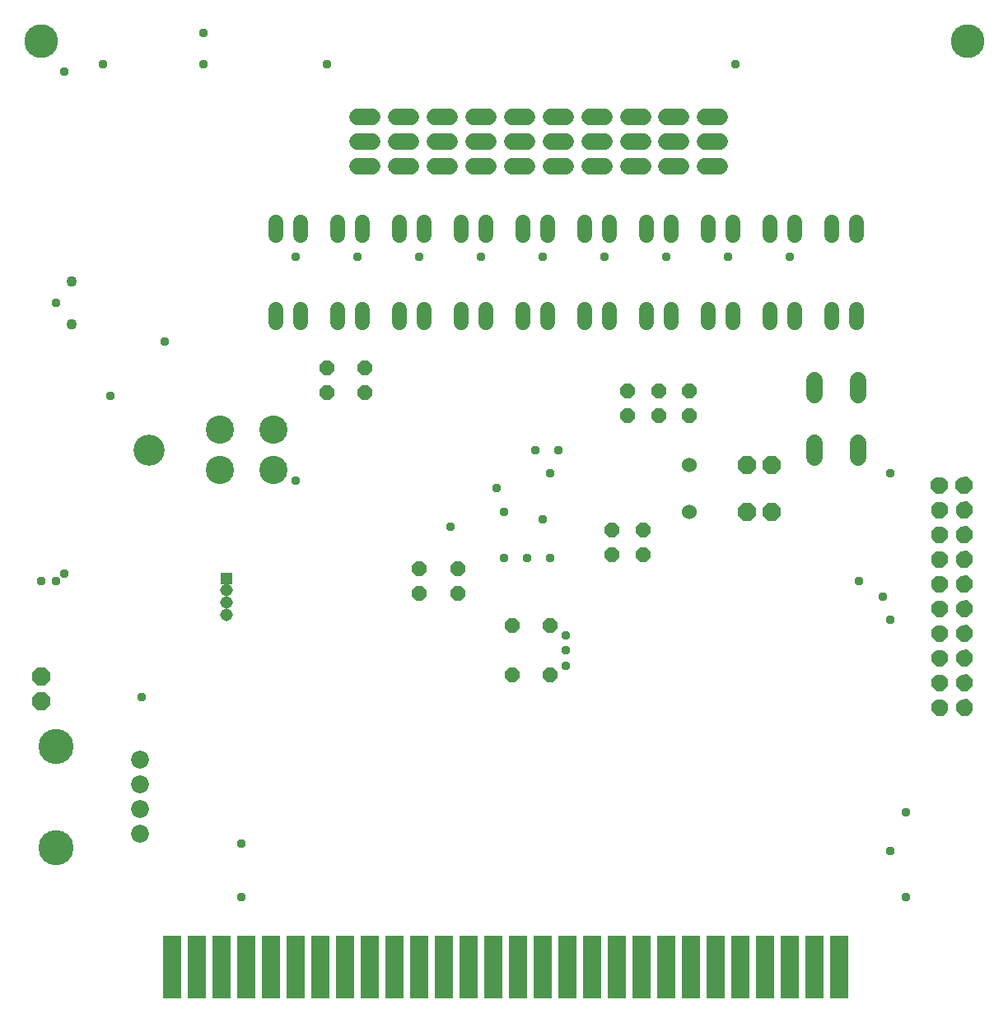
<source format=gbs>
G75*
%MOIN*%
%OFA0B0*%
%FSLAX25Y25*%
%IPPOS*%
%LPD*%
%AMOC8*
5,1,8,0,0,1.08239X$1,22.5*
%
%ADD10C,0.13650*%
%ADD11C,0.07250*%
%ADD12C,0.14186*%
%ADD13R,0.07300X0.25800*%
%ADD14OC8,0.07100*%
%ADD15OC8,0.06000*%
%ADD16C,0.06800*%
%ADD17R,0.05162X0.05162*%
%ADD18C,0.05162*%
%ADD19C,0.01360*%
%ADD20C,0.11430*%
%ADD21C,0.12611*%
%ADD22C,0.04343*%
%ADD23C,0.06000*%
%ADD24C,0.06000*%
%ADD25C,0.03778*%
D10*
X0034228Y0421433D03*
X0409228Y0421433D03*
D11*
X0074478Y0130183D03*
X0074478Y0120183D03*
X0074478Y0110183D03*
X0074478Y0100183D03*
D12*
X0040478Y0094683D03*
X0040478Y0135683D03*
D13*
X0087478Y0046433D03*
X0097478Y0046433D03*
X0107478Y0046433D03*
X0117478Y0046433D03*
X0127478Y0046433D03*
X0137478Y0046433D03*
X0147478Y0046433D03*
X0157478Y0046433D03*
X0167478Y0046433D03*
X0177478Y0046433D03*
X0187478Y0046433D03*
X0197478Y0046433D03*
X0207478Y0046433D03*
X0217478Y0046433D03*
X0227478Y0046433D03*
X0237478Y0046433D03*
X0247478Y0046433D03*
X0257478Y0046433D03*
X0267478Y0046433D03*
X0277478Y0046433D03*
X0287478Y0046433D03*
X0297478Y0046433D03*
X0307478Y0046433D03*
X0317478Y0046433D03*
X0327478Y0046433D03*
X0337478Y0046433D03*
X0347478Y0046433D03*
X0357478Y0046433D03*
D14*
X0329853Y0230808D03*
X0319853Y0230808D03*
X0319853Y0249558D03*
X0329853Y0249558D03*
X0034228Y0163933D03*
X0034228Y0153933D03*
D15*
X0149853Y0278933D03*
X0149853Y0288933D03*
X0165478Y0288933D03*
X0165478Y0278933D03*
X0187353Y0207683D03*
X0187353Y0197683D03*
X0202978Y0197683D03*
X0202978Y0207683D03*
X0224853Y0184558D03*
X0240478Y0184558D03*
X0240478Y0164558D03*
X0224853Y0164558D03*
X0265478Y0213308D03*
X0265478Y0223308D03*
X0277978Y0223308D03*
X0277978Y0213308D03*
X0271728Y0269558D03*
X0271728Y0279558D03*
X0284228Y0279558D03*
X0284228Y0269558D03*
X0296728Y0269558D03*
X0296728Y0279558D03*
D16*
X0347203Y0278108D02*
X0347203Y0284108D01*
X0365003Y0284108D02*
X0365003Y0278108D01*
X0365003Y0258508D02*
X0365003Y0252508D01*
X0347203Y0252508D02*
X0347203Y0258508D01*
X0309103Y0370808D02*
X0303103Y0370808D01*
X0303103Y0380808D02*
X0309103Y0380808D01*
X0309103Y0390808D02*
X0303103Y0390808D01*
X0293478Y0390808D02*
X0287478Y0390808D01*
X0277853Y0390808D02*
X0271853Y0390808D01*
X0262228Y0390808D02*
X0256228Y0390808D01*
X0246603Y0390808D02*
X0240603Y0390808D01*
X0230978Y0390808D02*
X0224978Y0390808D01*
X0224978Y0380808D02*
X0230978Y0380808D01*
X0240603Y0380808D02*
X0246603Y0380808D01*
X0256228Y0380808D02*
X0262228Y0380808D01*
X0271853Y0380808D02*
X0277853Y0380808D01*
X0287478Y0380808D02*
X0293478Y0380808D01*
X0293478Y0370808D02*
X0287478Y0370808D01*
X0277853Y0370808D02*
X0271853Y0370808D01*
X0262228Y0370808D02*
X0256228Y0370808D01*
X0246603Y0370808D02*
X0240603Y0370808D01*
X0230978Y0370808D02*
X0224978Y0370808D01*
X0215353Y0370808D02*
X0209353Y0370808D01*
X0199728Y0370808D02*
X0193728Y0370808D01*
X0184103Y0370808D02*
X0178103Y0370808D01*
X0168478Y0370808D02*
X0162478Y0370808D01*
X0162478Y0380808D02*
X0168478Y0380808D01*
X0178103Y0380808D02*
X0184103Y0380808D01*
X0193728Y0380808D02*
X0199728Y0380808D01*
X0209353Y0380808D02*
X0215353Y0380808D01*
X0215353Y0390808D02*
X0209353Y0390808D01*
X0199728Y0390808D02*
X0193728Y0390808D01*
X0184103Y0390808D02*
X0178103Y0390808D01*
X0168478Y0390808D02*
X0162478Y0390808D01*
D17*
X0109228Y0203815D03*
D18*
X0109228Y0198894D03*
X0109228Y0193972D03*
X0109228Y0189051D03*
D19*
X0397546Y0189383D02*
X0396866Y0188703D01*
X0395269Y0190294D01*
X0395266Y0192545D01*
X0396857Y0194142D01*
X0399108Y0194145D01*
X0400705Y0192554D01*
X0400708Y0190303D01*
X0399117Y0188706D01*
X0396866Y0188703D01*
X0397286Y0189723D01*
X0396289Y0190718D01*
X0396286Y0192125D01*
X0397281Y0193122D01*
X0398688Y0193125D01*
X0399685Y0192130D01*
X0399688Y0190723D01*
X0398693Y0189726D01*
X0397286Y0189723D01*
X0397708Y0190744D01*
X0397308Y0191142D01*
X0397307Y0191703D01*
X0397705Y0192103D01*
X0398266Y0192104D01*
X0398666Y0191706D01*
X0398667Y0191145D01*
X0398269Y0190745D01*
X0397708Y0190744D01*
X0397564Y0179383D02*
X0396884Y0178703D01*
X0395287Y0180294D01*
X0395284Y0182545D01*
X0396875Y0184142D01*
X0399126Y0184145D01*
X0400723Y0182554D01*
X0400726Y0180303D01*
X0399135Y0178706D01*
X0396884Y0178703D01*
X0397304Y0179723D01*
X0396307Y0180718D01*
X0396304Y0182125D01*
X0397299Y0183122D01*
X0398706Y0183125D01*
X0399703Y0182130D01*
X0399706Y0180723D01*
X0398711Y0179726D01*
X0397304Y0179723D01*
X0397726Y0180744D01*
X0397326Y0181142D01*
X0397325Y0181703D01*
X0397723Y0182103D01*
X0398284Y0182104D01*
X0398684Y0181706D01*
X0398685Y0181145D01*
X0398287Y0180745D01*
X0397726Y0180744D01*
X0397581Y0169383D02*
X0396901Y0168703D01*
X0395304Y0170294D01*
X0395301Y0172545D01*
X0396892Y0174142D01*
X0399143Y0174145D01*
X0400740Y0172554D01*
X0400743Y0170303D01*
X0399152Y0168706D01*
X0396901Y0168703D01*
X0397321Y0169723D01*
X0396324Y0170718D01*
X0396321Y0172125D01*
X0397316Y0173122D01*
X0398723Y0173125D01*
X0399720Y0172130D01*
X0399723Y0170723D01*
X0398728Y0169726D01*
X0397321Y0169723D01*
X0397743Y0170744D01*
X0397343Y0171142D01*
X0397342Y0171703D01*
X0397740Y0172103D01*
X0398301Y0172104D01*
X0398701Y0171706D01*
X0398702Y0171145D01*
X0398304Y0170745D01*
X0397743Y0170744D01*
X0397598Y0159383D02*
X0396918Y0158703D01*
X0395321Y0160294D01*
X0395318Y0162545D01*
X0396909Y0164142D01*
X0399160Y0164145D01*
X0400757Y0162554D01*
X0400760Y0160303D01*
X0399169Y0158706D01*
X0396918Y0158703D01*
X0397338Y0159723D01*
X0396341Y0160718D01*
X0396338Y0162125D01*
X0397333Y0163122D01*
X0398740Y0163125D01*
X0399737Y0162130D01*
X0399740Y0160723D01*
X0398745Y0159726D01*
X0397338Y0159723D01*
X0397760Y0160744D01*
X0397360Y0161142D01*
X0397359Y0161703D01*
X0397757Y0162103D01*
X0398318Y0162104D01*
X0398718Y0161706D01*
X0398719Y0161145D01*
X0398321Y0160745D01*
X0397760Y0160744D01*
X0397616Y0149383D02*
X0396936Y0148703D01*
X0395339Y0150294D01*
X0395336Y0152545D01*
X0396927Y0154142D01*
X0399178Y0154145D01*
X0400775Y0152554D01*
X0400778Y0150303D01*
X0399187Y0148706D01*
X0396936Y0148703D01*
X0397356Y0149723D01*
X0396359Y0150718D01*
X0396356Y0152125D01*
X0397351Y0153122D01*
X0398758Y0153125D01*
X0399755Y0152130D01*
X0399758Y0150723D01*
X0398763Y0149726D01*
X0397356Y0149723D01*
X0397778Y0150744D01*
X0397378Y0151142D01*
X0397377Y0151703D01*
X0397775Y0152103D01*
X0398336Y0152104D01*
X0398736Y0151706D01*
X0398737Y0151145D01*
X0398339Y0150745D01*
X0397778Y0150744D01*
X0407616Y0149401D02*
X0406936Y0148721D01*
X0405339Y0150312D01*
X0405336Y0152563D01*
X0406927Y0154160D01*
X0409178Y0154163D01*
X0410775Y0152572D01*
X0410778Y0150321D01*
X0409187Y0148724D01*
X0406936Y0148721D01*
X0407356Y0149741D01*
X0406359Y0150736D01*
X0406356Y0152143D01*
X0407351Y0153140D01*
X0408758Y0153143D01*
X0409755Y0152148D01*
X0409758Y0150741D01*
X0408763Y0149744D01*
X0407356Y0149741D01*
X0407778Y0150762D01*
X0407378Y0151160D01*
X0407377Y0151721D01*
X0407775Y0152121D01*
X0408336Y0152122D01*
X0408736Y0151724D01*
X0408737Y0151163D01*
X0408339Y0150763D01*
X0407778Y0150762D01*
X0407598Y0159401D02*
X0406918Y0158721D01*
X0405321Y0160312D01*
X0405318Y0162563D01*
X0406909Y0164160D01*
X0409160Y0164163D01*
X0410757Y0162572D01*
X0410760Y0160321D01*
X0409169Y0158724D01*
X0406918Y0158721D01*
X0407338Y0159741D01*
X0406341Y0160736D01*
X0406338Y0162143D01*
X0407333Y0163140D01*
X0408740Y0163143D01*
X0409737Y0162148D01*
X0409740Y0160741D01*
X0408745Y0159744D01*
X0407338Y0159741D01*
X0407760Y0160762D01*
X0407360Y0161160D01*
X0407359Y0161721D01*
X0407757Y0162121D01*
X0408318Y0162122D01*
X0408718Y0161724D01*
X0408719Y0161163D01*
X0408321Y0160763D01*
X0407760Y0160762D01*
X0407581Y0169401D02*
X0406901Y0168721D01*
X0405304Y0170312D01*
X0405301Y0172563D01*
X0406892Y0174160D01*
X0409143Y0174163D01*
X0410740Y0172572D01*
X0410743Y0170321D01*
X0409152Y0168724D01*
X0406901Y0168721D01*
X0407321Y0169741D01*
X0406324Y0170736D01*
X0406321Y0172143D01*
X0407316Y0173140D01*
X0408723Y0173143D01*
X0409720Y0172148D01*
X0409723Y0170741D01*
X0408728Y0169744D01*
X0407321Y0169741D01*
X0407743Y0170762D01*
X0407343Y0171160D01*
X0407342Y0171721D01*
X0407740Y0172121D01*
X0408301Y0172122D01*
X0408701Y0171724D01*
X0408702Y0171163D01*
X0408304Y0170763D01*
X0407743Y0170762D01*
X0407564Y0179401D02*
X0406884Y0178721D01*
X0405287Y0180312D01*
X0405284Y0182563D01*
X0406875Y0184160D01*
X0409126Y0184163D01*
X0410723Y0182572D01*
X0410726Y0180321D01*
X0409135Y0178724D01*
X0406884Y0178721D01*
X0407304Y0179741D01*
X0406307Y0180736D01*
X0406304Y0182143D01*
X0407299Y0183140D01*
X0408706Y0183143D01*
X0409703Y0182148D01*
X0409706Y0180741D01*
X0408711Y0179744D01*
X0407304Y0179741D01*
X0407726Y0180762D01*
X0407326Y0181160D01*
X0407325Y0181721D01*
X0407723Y0182121D01*
X0408284Y0182122D01*
X0408684Y0181724D01*
X0408685Y0181163D01*
X0408287Y0180763D01*
X0407726Y0180762D01*
X0407546Y0189401D02*
X0406866Y0188721D01*
X0405269Y0190312D01*
X0405266Y0192563D01*
X0406857Y0194160D01*
X0409108Y0194163D01*
X0410705Y0192572D01*
X0410708Y0190321D01*
X0409117Y0188724D01*
X0406866Y0188721D01*
X0407286Y0189741D01*
X0406289Y0190736D01*
X0406286Y0192143D01*
X0407281Y0193140D01*
X0408688Y0193143D01*
X0409685Y0192148D01*
X0409688Y0190741D01*
X0408693Y0189744D01*
X0407286Y0189741D01*
X0407708Y0190762D01*
X0407308Y0191160D01*
X0407307Y0191721D01*
X0407705Y0192121D01*
X0408266Y0192122D01*
X0408666Y0191724D01*
X0408667Y0191163D01*
X0408269Y0190763D01*
X0407708Y0190762D01*
X0407529Y0199401D02*
X0406849Y0198721D01*
X0405252Y0200312D01*
X0405249Y0202563D01*
X0406840Y0204160D01*
X0409091Y0204163D01*
X0410688Y0202572D01*
X0410691Y0200321D01*
X0409100Y0198724D01*
X0406849Y0198721D01*
X0407269Y0199741D01*
X0406272Y0200736D01*
X0406269Y0202143D01*
X0407264Y0203140D01*
X0408671Y0203143D01*
X0409668Y0202148D01*
X0409671Y0200741D01*
X0408676Y0199744D01*
X0407269Y0199741D01*
X0407691Y0200762D01*
X0407291Y0201160D01*
X0407290Y0201721D01*
X0407688Y0202121D01*
X0408249Y0202122D01*
X0408649Y0201724D01*
X0408650Y0201163D01*
X0408252Y0200763D01*
X0407691Y0200762D01*
X0397529Y0199383D02*
X0396849Y0198703D01*
X0395252Y0200294D01*
X0395249Y0202545D01*
X0396840Y0204142D01*
X0399091Y0204145D01*
X0400688Y0202554D01*
X0400691Y0200303D01*
X0399100Y0198706D01*
X0396849Y0198703D01*
X0397269Y0199723D01*
X0396272Y0200718D01*
X0396269Y0202125D01*
X0397264Y0203122D01*
X0398671Y0203125D01*
X0399668Y0202130D01*
X0399671Y0200723D01*
X0398676Y0199726D01*
X0397269Y0199723D01*
X0397691Y0200744D01*
X0397291Y0201142D01*
X0397290Y0201703D01*
X0397688Y0202103D01*
X0398249Y0202104D01*
X0398649Y0201706D01*
X0398650Y0201145D01*
X0398252Y0200745D01*
X0397691Y0200744D01*
X0397511Y0209383D02*
X0396831Y0208703D01*
X0395234Y0210294D01*
X0395231Y0212545D01*
X0396822Y0214142D01*
X0399073Y0214145D01*
X0400670Y0212554D01*
X0400673Y0210303D01*
X0399082Y0208706D01*
X0396831Y0208703D01*
X0397251Y0209723D01*
X0396254Y0210718D01*
X0396251Y0212125D01*
X0397246Y0213122D01*
X0398653Y0213125D01*
X0399650Y0212130D01*
X0399653Y0210723D01*
X0398658Y0209726D01*
X0397251Y0209723D01*
X0397673Y0210744D01*
X0397273Y0211142D01*
X0397272Y0211703D01*
X0397670Y0212103D01*
X0398231Y0212104D01*
X0398631Y0211706D01*
X0398632Y0211145D01*
X0398234Y0210745D01*
X0397673Y0210744D01*
X0407511Y0209401D02*
X0406831Y0208721D01*
X0405234Y0210312D01*
X0405231Y0212563D01*
X0406822Y0214160D01*
X0409073Y0214163D01*
X0410670Y0212572D01*
X0410673Y0210321D01*
X0409082Y0208724D01*
X0406831Y0208721D01*
X0407251Y0209741D01*
X0406254Y0210736D01*
X0406251Y0212143D01*
X0407246Y0213140D01*
X0408653Y0213143D01*
X0409650Y0212148D01*
X0409653Y0210741D01*
X0408658Y0209744D01*
X0407251Y0209741D01*
X0407673Y0210762D01*
X0407273Y0211160D01*
X0407272Y0211721D01*
X0407670Y0212121D01*
X0408231Y0212122D01*
X0408631Y0211724D01*
X0408632Y0211163D01*
X0408234Y0210763D01*
X0407673Y0210762D01*
X0407494Y0219401D02*
X0406814Y0218721D01*
X0405217Y0220312D01*
X0405214Y0222563D01*
X0406805Y0224160D01*
X0409056Y0224163D01*
X0410653Y0222572D01*
X0410656Y0220321D01*
X0409065Y0218724D01*
X0406814Y0218721D01*
X0407234Y0219741D01*
X0406237Y0220736D01*
X0406234Y0222143D01*
X0407229Y0223140D01*
X0408636Y0223143D01*
X0409633Y0222148D01*
X0409636Y0220741D01*
X0408641Y0219744D01*
X0407234Y0219741D01*
X0407656Y0220762D01*
X0407256Y0221160D01*
X0407255Y0221721D01*
X0407653Y0222121D01*
X0408214Y0222122D01*
X0408614Y0221724D01*
X0408615Y0221163D01*
X0408217Y0220763D01*
X0407656Y0220762D01*
X0397494Y0219383D02*
X0396814Y0218703D01*
X0395217Y0220294D01*
X0395214Y0222545D01*
X0396805Y0224142D01*
X0399056Y0224145D01*
X0400653Y0222554D01*
X0400656Y0220303D01*
X0399065Y0218706D01*
X0396814Y0218703D01*
X0397234Y0219723D01*
X0396237Y0220718D01*
X0396234Y0222125D01*
X0397229Y0223122D01*
X0398636Y0223125D01*
X0399633Y0222130D01*
X0399636Y0220723D01*
X0398641Y0219726D01*
X0397234Y0219723D01*
X0397656Y0220744D01*
X0397256Y0221142D01*
X0397255Y0221703D01*
X0397653Y0222103D01*
X0398214Y0222104D01*
X0398614Y0221706D01*
X0398615Y0221145D01*
X0398217Y0220745D01*
X0397656Y0220744D01*
X0397476Y0229383D02*
X0396796Y0228703D01*
X0395199Y0230294D01*
X0395196Y0232545D01*
X0396787Y0234142D01*
X0399038Y0234145D01*
X0400635Y0232554D01*
X0400638Y0230303D01*
X0399047Y0228706D01*
X0396796Y0228703D01*
X0397216Y0229723D01*
X0396219Y0230718D01*
X0396216Y0232125D01*
X0397211Y0233122D01*
X0398618Y0233125D01*
X0399615Y0232130D01*
X0399618Y0230723D01*
X0398623Y0229726D01*
X0397216Y0229723D01*
X0397638Y0230744D01*
X0397238Y0231142D01*
X0397237Y0231703D01*
X0397635Y0232103D01*
X0398196Y0232104D01*
X0398596Y0231706D01*
X0398597Y0231145D01*
X0398199Y0230745D01*
X0397638Y0230744D01*
X0407476Y0229401D02*
X0406796Y0228721D01*
X0405199Y0230312D01*
X0405196Y0232563D01*
X0406787Y0234160D01*
X0409038Y0234163D01*
X0410635Y0232572D01*
X0410638Y0230321D01*
X0409047Y0228724D01*
X0406796Y0228721D01*
X0407216Y0229741D01*
X0406219Y0230736D01*
X0406216Y0232143D01*
X0407211Y0233140D01*
X0408618Y0233143D01*
X0409615Y0232148D01*
X0409618Y0230741D01*
X0408623Y0229744D01*
X0407216Y0229741D01*
X0407638Y0230762D01*
X0407238Y0231160D01*
X0407237Y0231721D01*
X0407635Y0232121D01*
X0408196Y0232122D01*
X0408596Y0231724D01*
X0408597Y0231163D01*
X0408199Y0230763D01*
X0407638Y0230762D01*
X0407459Y0239401D02*
X0406779Y0238721D01*
X0405182Y0240312D01*
X0405179Y0242563D01*
X0406770Y0244160D01*
X0409021Y0244163D01*
X0410618Y0242572D01*
X0410621Y0240321D01*
X0409030Y0238724D01*
X0406779Y0238721D01*
X0407199Y0239741D01*
X0406202Y0240736D01*
X0406199Y0242143D01*
X0407194Y0243140D01*
X0408601Y0243143D01*
X0409598Y0242148D01*
X0409601Y0240741D01*
X0408606Y0239744D01*
X0407199Y0239741D01*
X0407621Y0240762D01*
X0407221Y0241160D01*
X0407220Y0241721D01*
X0407618Y0242121D01*
X0408179Y0242122D01*
X0408579Y0241724D01*
X0408580Y0241163D01*
X0408182Y0240763D01*
X0407621Y0240762D01*
X0397459Y0239383D02*
X0396779Y0238703D01*
X0395182Y0240294D01*
X0395179Y0242545D01*
X0396770Y0244142D01*
X0399021Y0244145D01*
X0400618Y0242554D01*
X0400621Y0240303D01*
X0399030Y0238706D01*
X0396779Y0238703D01*
X0397199Y0239723D01*
X0396202Y0240718D01*
X0396199Y0242125D01*
X0397194Y0243122D01*
X0398601Y0243125D01*
X0399598Y0242130D01*
X0399601Y0240723D01*
X0398606Y0239726D01*
X0397199Y0239723D01*
X0397621Y0240744D01*
X0397221Y0241142D01*
X0397220Y0241703D01*
X0397618Y0242103D01*
X0398179Y0242104D01*
X0398579Y0241706D01*
X0398580Y0241145D01*
X0398182Y0240745D01*
X0397621Y0240744D01*
D20*
X0128372Y0247540D03*
X0128372Y0264076D03*
X0106719Y0264076D03*
X0106719Y0247540D03*
D21*
X0077978Y0255808D03*
D22*
X0046728Y0306522D03*
X0046728Y0323844D03*
D23*
X0296728Y0249683D03*
X0296728Y0230683D03*
D24*
X0289228Y0307483D02*
X0289228Y0312683D01*
X0279228Y0312683D02*
X0279228Y0307483D01*
X0264228Y0307483D02*
X0264228Y0312683D01*
X0254228Y0312683D02*
X0254228Y0307483D01*
X0239228Y0307483D02*
X0239228Y0312683D01*
X0229228Y0312683D02*
X0229228Y0307483D01*
X0214228Y0307483D02*
X0214228Y0312683D01*
X0204228Y0312683D02*
X0204228Y0307483D01*
X0189228Y0307483D02*
X0189228Y0312683D01*
X0179228Y0312683D02*
X0179228Y0307483D01*
X0164228Y0307483D02*
X0164228Y0312683D01*
X0154228Y0312683D02*
X0154228Y0307483D01*
X0139228Y0307483D02*
X0139228Y0312683D01*
X0129228Y0312683D02*
X0129228Y0307483D01*
X0129228Y0342683D02*
X0129228Y0347883D01*
X0139228Y0347883D02*
X0139228Y0342683D01*
X0154228Y0342683D02*
X0154228Y0347883D01*
X0164228Y0347883D02*
X0164228Y0342683D01*
X0179228Y0342683D02*
X0179228Y0347883D01*
X0189228Y0347883D02*
X0189228Y0342683D01*
X0204228Y0342683D02*
X0204228Y0347883D01*
X0214228Y0347883D02*
X0214228Y0342683D01*
X0229228Y0342683D02*
X0229228Y0347883D01*
X0239228Y0347883D02*
X0239228Y0342683D01*
X0254228Y0342683D02*
X0254228Y0347883D01*
X0264228Y0347883D02*
X0264228Y0342683D01*
X0279228Y0342683D02*
X0279228Y0347883D01*
X0289228Y0347883D02*
X0289228Y0342683D01*
X0304228Y0342683D02*
X0304228Y0347883D01*
X0314228Y0347883D02*
X0314228Y0342683D01*
X0329228Y0342683D02*
X0329228Y0347883D01*
X0339228Y0347883D02*
X0339228Y0342683D01*
X0354228Y0342683D02*
X0354228Y0347883D01*
X0364228Y0347883D02*
X0364228Y0342683D01*
X0364228Y0312683D02*
X0364228Y0307483D01*
X0354228Y0307483D02*
X0354228Y0312683D01*
X0339228Y0312683D02*
X0339228Y0307483D01*
X0329228Y0307483D02*
X0329228Y0312683D01*
X0314228Y0312683D02*
X0314228Y0307483D01*
X0304228Y0307483D02*
X0304228Y0312683D01*
D25*
X0312353Y0333933D03*
X0337353Y0333933D03*
X0287353Y0333933D03*
X0262353Y0333933D03*
X0237353Y0333933D03*
X0212353Y0333933D03*
X0187353Y0333933D03*
X0162353Y0333933D03*
X0137353Y0333933D03*
X0084228Y0299558D03*
X0062353Y0277683D03*
X0040478Y0315183D03*
X0043603Y0408933D03*
X0059228Y0412058D03*
X0099853Y0412058D03*
X0099853Y0424558D03*
X0149853Y0412058D03*
X0234228Y0255808D03*
X0240478Y0246433D03*
X0243603Y0255808D03*
X0237353Y0227683D03*
X0221728Y0230808D03*
X0218603Y0240183D03*
X0199853Y0224558D03*
X0221728Y0212058D03*
X0231103Y0212058D03*
X0240478Y0212058D03*
X0246728Y0180808D03*
X0246728Y0174558D03*
X0246728Y0168308D03*
X0137353Y0243308D03*
X0074853Y0155808D03*
X0040478Y0202683D03*
X0043603Y0205808D03*
X0034228Y0202683D03*
X0115478Y0096433D03*
X0115478Y0074558D03*
X0365478Y0202683D03*
X0374853Y0196433D03*
X0377978Y0187058D03*
X0377978Y0246433D03*
X0384228Y0108933D03*
X0377978Y0093308D03*
X0384228Y0074558D03*
X0315478Y0412058D03*
M02*

</source>
